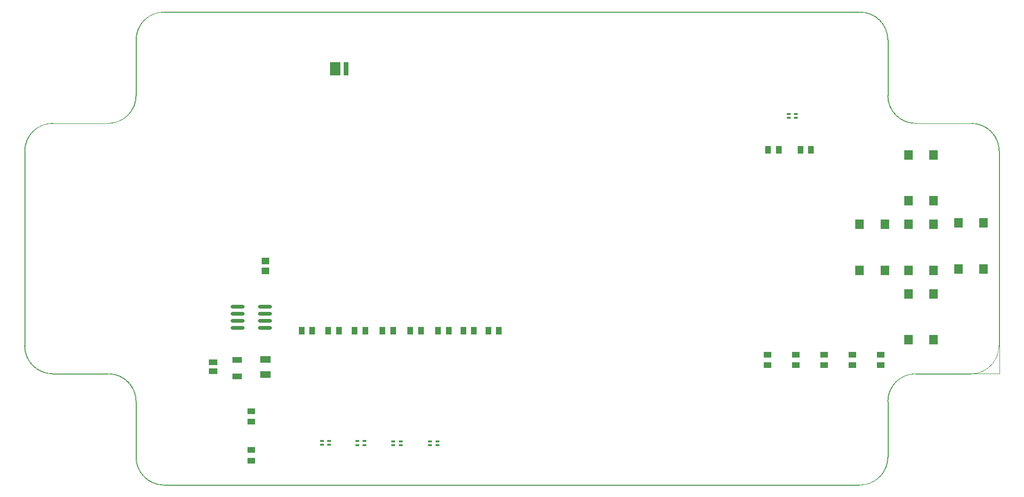
<source format=gtp>
G04*
G04 #@! TF.GenerationSoftware,Altium Limited,Altium Designer,22.7.1 (60)*
G04*
G04 Layer_Color=8421504*
%FSLAX44Y44*%
%MOMM*%
G71*
G04*
G04 #@! TF.SameCoordinates,7684CF66-3EF2-496F-B3A4-9C416311D090*
G04*
G04*
G04 #@! TF.FilePolarity,Positive*
G04*
G01*
G75*
%ADD17C,0.0127*%
%ADD18C,0.0064*%
%ADD19R,1.0000X1.4000*%
%ADD20R,1.5000X1.7500*%
%ADD21R,1.4000X1.0000*%
%ADD22R,0.7000X0.4000*%
%ADD23R,1.9000X2.4500*%
%ADD24R,1.4500X1.1500*%
%ADD25O,2.5000X0.7000*%
%ADD26R,1.5700X1.1400*%
%ADD27R,1.8034X1.1176*%
%ADD28R,0.9000X2.4500*%
%ADD29R,1.9200X1.2200*%
D17*
X2612500Y1340000D02*
G03*
X2562500Y1390000I-50000J0D01*
G01*
X2462500Y940000D02*
G03*
X2412500Y890000I0J-50000D01*
G01*
X2562500Y940000D02*
G03*
X2612500Y990000I0J50000D01*
G01*
X1062500Y790000D02*
G03*
X1112500Y740000I50000J0D01*
G01*
X862500Y990000D02*
G03*
X912500Y940000I50000J0D01*
G01*
X2362500Y740000D02*
G03*
X2412500Y790000I0J50000D01*
G01*
Y1440000D02*
G03*
X2462500Y1390000I50000J0D01*
G01*
X2412500Y1540000D02*
G03*
X2362500Y1590000I-50000J0D01*
G01*
X1012500Y1390000D02*
G03*
X1062500Y1440000I0J50000D01*
G01*
X912500Y1390000D02*
G03*
X862500Y1340000I0J-50000D01*
G01*
X1062500Y890000D02*
G03*
X1012500Y940000I-50000J0D01*
G01*
X1112500Y1590000D02*
G03*
X1062500Y1540000I0J-50000D01*
G01*
X1063600Y790410D02*
G03*
X1113600Y740410I50000J0D01*
G01*
X863600Y990410D02*
G03*
X913600Y940410I50000J0D01*
G01*
X2613600Y1340410D02*
G03*
X2563600Y1390410I-50000J0D01*
G01*
X2413600Y1440410D02*
G03*
X2463600Y1390410I50000J0D01*
G01*
Y940410D02*
G03*
X2413600Y890410I0J-50000D01*
G01*
X2363600Y740410D02*
G03*
X2413600Y790410I0J50000D01*
G01*
Y1540410D02*
G03*
X2363600Y1590410I-50000J0D01*
G01*
X1113600D02*
G03*
X1063600Y1540410I0J-50000D01*
G01*
X1013600Y1390410D02*
G03*
X1063600Y1440410I0J50000D01*
G01*
X913600Y1390410D02*
G03*
X863600Y1340410I0J-50000D01*
G01*
X1063600Y890410D02*
G03*
X1013600Y940410I-50000J0D01*
G01*
X2612500Y990000D02*
Y1340000D01*
X912500Y940000D02*
X1012500D01*
X1112500Y740000D02*
X2362500D01*
X862500Y990000D02*
Y1340000D01*
X1062500Y790000D02*
Y890000D01*
Y1440000D02*
Y1540000D01*
X1112500Y1590000D02*
X2362500D01*
X2462500Y1390000D02*
X2562500D01*
X2462500Y940000D02*
X2562500D01*
X2412500Y1440000D02*
Y1540000D01*
Y790000D02*
Y890000D01*
X912500Y1390000D02*
X1012500D01*
X1063600Y1440410D02*
Y1540410D01*
X1113600Y1590410D02*
X2363600D01*
X863600Y990410D02*
Y1340410D01*
X913600Y1390410D02*
X1013600D01*
X2463600Y940410D02*
X2613600D01*
X1113600Y740410D02*
X2363600D01*
X2613600Y940410D02*
Y1340410D01*
X913600Y940410D02*
X1013600D01*
X2413600Y790410D02*
Y890410D01*
X2463600Y1390410D02*
X2563600D01*
X2413600Y1440410D02*
Y1540410D01*
X1063600Y790410D02*
Y890410D01*
D18*
X862532Y740000D02*
G03*
X862532Y740000I-32J0D01*
G01*
D02*
G03*
X862532Y740000I-32J0D01*
G01*
D19*
X2275000Y1342500D02*
D03*
X2256000D02*
D03*
X2198000D02*
D03*
X2217000D02*
D03*
X1695500Y1017500D02*
D03*
X1714500D02*
D03*
X1669500D02*
D03*
X1650500D02*
D03*
X1427000D02*
D03*
X1408000D02*
D03*
X1455500D02*
D03*
X1474500D02*
D03*
X1379500D02*
D03*
X1360500D02*
D03*
X1624500D02*
D03*
X1605500D02*
D03*
X1574500D02*
D03*
X1555500D02*
D03*
X1524500D02*
D03*
X1505500D02*
D03*
D20*
X2495000Y1083750D02*
D03*
X2450000D02*
D03*
X2495000Y1001250D02*
D03*
X2450000D02*
D03*
X2495000Y1333750D02*
D03*
X2450000D02*
D03*
X2495000Y1251250D02*
D03*
X2450000D02*
D03*
X2585000Y1211250D02*
D03*
X2540000D02*
D03*
X2585000Y1128750D02*
D03*
X2540000D02*
D03*
X2495000Y1208750D02*
D03*
X2450000D02*
D03*
X2495000Y1126250D02*
D03*
X2450000D02*
D03*
X2407500Y1208750D02*
D03*
X2362500D02*
D03*
X2407500Y1126250D02*
D03*
X2362500D02*
D03*
D21*
X2349500Y955700D02*
D03*
Y974700D02*
D03*
X2400000Y955500D02*
D03*
Y974500D02*
D03*
X2298700Y974700D02*
D03*
Y955700D02*
D03*
X2247900D02*
D03*
Y974700D02*
D03*
X2197100Y955700D02*
D03*
Y974700D02*
D03*
X1269600Y854100D02*
D03*
X1270000Y803250D02*
D03*
Y784250D02*
D03*
X1269600Y873100D02*
D03*
D22*
X1591160Y818840D02*
D03*
Y811840D02*
D03*
X1525120Y818840D02*
D03*
X1460200Y819150D02*
D03*
X1397000Y819800D02*
D03*
X1525120Y811840D02*
D03*
X1460200Y812150D02*
D03*
X1397000Y812800D02*
D03*
X1604160Y811840D02*
D03*
Y818840D02*
D03*
X1473200Y812150D02*
D03*
Y819150D02*
D03*
X1410000Y812800D02*
D03*
Y819800D02*
D03*
X2248000Y1400000D02*
D03*
Y1407000D02*
D03*
X2235000Y1400000D02*
D03*
Y1407000D02*
D03*
X1538120Y818840D02*
D03*
Y811840D02*
D03*
D23*
X1420370Y1488570D02*
D03*
D24*
X1295400Y1143000D02*
D03*
Y1125000D02*
D03*
D25*
X1245500Y1047750D02*
D03*
Y1022350D02*
D03*
X1294500D02*
D03*
Y1035050D02*
D03*
Y1047750D02*
D03*
Y1060450D02*
D03*
X1245500Y1035050D02*
D03*
Y1060450D02*
D03*
D26*
X1201420Y944880D02*
D03*
Y961080D02*
D03*
D27*
X1244600Y965200D02*
D03*
Y935228D02*
D03*
D28*
X1440370Y1488570D02*
D03*
D29*
X1295400Y966000D02*
D03*
Y939000D02*
D03*
M02*

</source>
